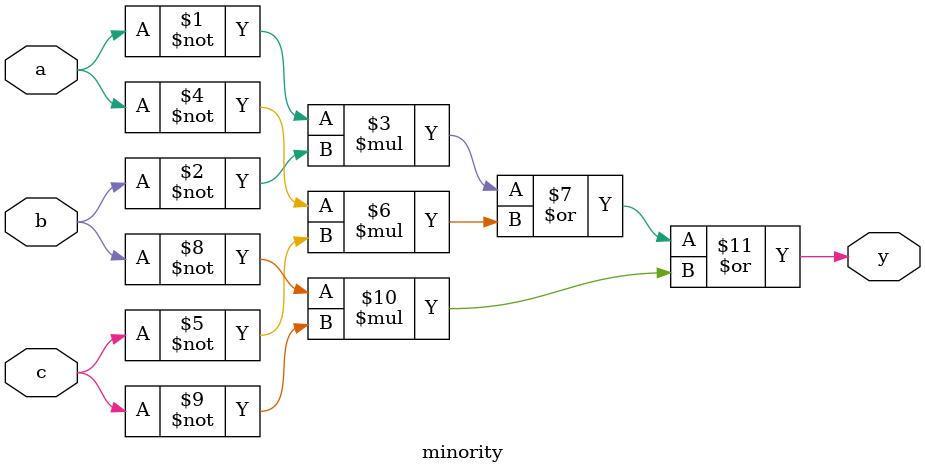
<source format=v>
module minority(
    input a, b, c,
    output y
);
    assign y = ~a * ~b | ~a * ~c | ~b * ~c;
endmodule
</source>
